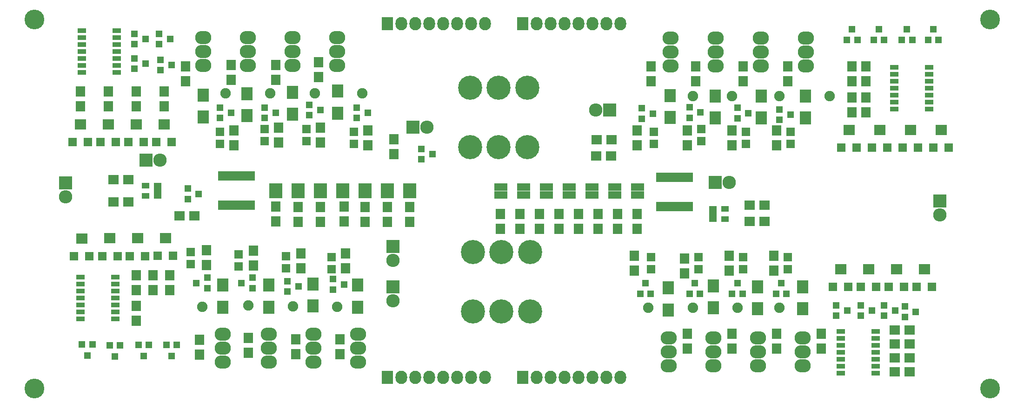
<source format=gbr>
G04 #@! TF.FileFunction,Soldermask,Top*
%FSLAX46Y46*%
G04 Gerber Fmt 4.6, Leading zero omitted, Abs format (unit mm)*
G04 Created by KiCad (PCBNEW 4.0.6-e0-6349~53~ubuntu16.04.1) date Mon Jul 24 21:10:43 2017*
%MOMM*%
%LPD*%
G01*
G04 APERTURE LIST*
%ADD10C,0.100000*%
%ADD11R,1.300000X1.200000*%
%ADD12C,3.600000*%
%ADD13O,2.940000X2.432000*%
%ADD14R,1.600000X1.600000*%
%ADD15R,2.000000X1.900000*%
%ADD16R,1.700000X1.900000*%
%ADD17R,1.543000X0.908000*%
%ADD18R,2.400000X1.400000*%
%ADD19R,2.432000X2.432000*%
%ADD20O,2.432000X2.432000*%
%ADD21C,4.400000*%
%ADD22R,2.127200X2.432000*%
%ADD23O,2.127200X2.432000*%
%ADD24R,1.200000X1.300000*%
%ADD25R,1.900000X1.700000*%
%ADD26R,1.460000X1.050000*%
%ADD27R,0.806400X1.670000*%
%ADD28C,1.900000*%
%ADD29R,2.100000X2.400000*%
G04 APERTURE END LIST*
D10*
D11*
X182800000Y-74450000D03*
X182800000Y-76350000D03*
X184800000Y-75400000D03*
X117872000Y-105800000D03*
X117872000Y-107700000D03*
X119872000Y-106750000D03*
X214000000Y-110550000D03*
X214000000Y-112450000D03*
X216000000Y-111500000D03*
D12*
X63500000Y-125730000D03*
X63500000Y-58420000D03*
X237490000Y-125730000D03*
D11*
X86250000Y-61050000D03*
X86250000Y-62950000D03*
X88250000Y-62000000D03*
D13*
X102362000Y-64262000D03*
X102362000Y-66802000D03*
X102362000Y-61722000D03*
X110490000Y-64262000D03*
X110490000Y-66802000D03*
X110490000Y-61722000D03*
X94234000Y-64262000D03*
X94234000Y-66802000D03*
X94234000Y-61722000D03*
D14*
X70482000Y-80794000D03*
D15*
X71882000Y-77544000D03*
D14*
X73282000Y-80794000D03*
D16*
X87122000Y-74248000D03*
X87122000Y-71548000D03*
D14*
X80642000Y-80794000D03*
D15*
X82042000Y-77544000D03*
D14*
X83442000Y-80794000D03*
D16*
X71882000Y-74248000D03*
X71882000Y-71548000D03*
D14*
X85722000Y-80794000D03*
D15*
X87122000Y-77544000D03*
D14*
X88522000Y-80794000D03*
D16*
X76962000Y-74248000D03*
X76962000Y-71548000D03*
X82042000Y-74248000D03*
X82042000Y-71548000D03*
D14*
X75562000Y-80794000D03*
D15*
X76962000Y-77544000D03*
D14*
X78362000Y-80794000D03*
D11*
X81750000Y-61050000D03*
X81750000Y-62950000D03*
X83750000Y-62000000D03*
D17*
X72136000Y-60452000D03*
X72136000Y-61722000D03*
X72136000Y-62992000D03*
X72136000Y-64262000D03*
X72136000Y-65532000D03*
X72136000Y-66802000D03*
X72136000Y-68072000D03*
X78486000Y-68072000D03*
X78486000Y-66802000D03*
X78486000Y-64262000D03*
X78486000Y-62992000D03*
X78486000Y-61722000D03*
X78486000Y-60452000D03*
X78486000Y-65532000D03*
D11*
X81750000Y-65550000D03*
X81750000Y-67450000D03*
X83750000Y-66500000D03*
X86500000Y-65800000D03*
X86500000Y-67700000D03*
X88500000Y-66750000D03*
D16*
X115570000Y-80852000D03*
X115570000Y-78152000D03*
D14*
X113030000Y-80622000D03*
X113030000Y-78422000D03*
D11*
X113554000Y-73980000D03*
X113554000Y-75880000D03*
X115554000Y-74930000D03*
D13*
X118618000Y-64262000D03*
X118618000Y-66802000D03*
X118618000Y-61722000D03*
D16*
X99822000Y-81360000D03*
X99822000Y-78660000D03*
D11*
X97298000Y-74488000D03*
X97298000Y-76388000D03*
X99298000Y-75438000D03*
D14*
X97282000Y-81110000D03*
X97282000Y-78910000D03*
D11*
X122190000Y-74488000D03*
X122190000Y-76388000D03*
X124190000Y-75438000D03*
D16*
X124206000Y-81360000D03*
X124206000Y-78660000D03*
D14*
X121666000Y-81110000D03*
X121666000Y-78910000D03*
X105410000Y-80622000D03*
X105410000Y-78422000D03*
D16*
X107950000Y-80872000D03*
X107950000Y-78172000D03*
D11*
X105426000Y-74488000D03*
X105426000Y-76388000D03*
X107426000Y-75438000D03*
D14*
X91948000Y-100881000D03*
X91948000Y-103081000D03*
X100711000Y-101262000D03*
X100711000Y-103462000D03*
X109347000Y-101643000D03*
X109347000Y-103843000D03*
X117602000Y-101770000D03*
X117602000Y-103970000D03*
X176276000Y-81110000D03*
X176276000Y-78910000D03*
X184912000Y-80602000D03*
X184912000Y-78402000D03*
X193040000Y-81110000D03*
X193040000Y-78910000D03*
X201168000Y-81110000D03*
X201168000Y-78910000D03*
X175768000Y-101770000D03*
X175768000Y-103970000D03*
X184404000Y-101770000D03*
X184404000Y-103970000D03*
X192532000Y-101770000D03*
X192532000Y-103970000D03*
X200660000Y-101770000D03*
X200660000Y-103970000D03*
D18*
X131826000Y-88962000D03*
X131826000Y-90362000D03*
X127762000Y-88962000D03*
X127762000Y-90362000D03*
X123698000Y-88962000D03*
X123698000Y-90362000D03*
X119634000Y-88962000D03*
X119634000Y-90362000D03*
X115570000Y-88962000D03*
X115570000Y-90362000D03*
X111506000Y-88962000D03*
X111506000Y-90362000D03*
X107442000Y-88962000D03*
X107442000Y-90362000D03*
X173354996Y-89024000D03*
X173354996Y-90424000D03*
X169206330Y-89024000D03*
X169206330Y-90424000D03*
X165057664Y-89024000D03*
X165057664Y-90424000D03*
X160908998Y-89024000D03*
X160908998Y-90424000D03*
X156760332Y-89024000D03*
X156760332Y-90424000D03*
X152611666Y-89024000D03*
X152611666Y-90424000D03*
X148463000Y-89024000D03*
X148463000Y-90424000D03*
D19*
X132461000Y-78105000D03*
D20*
X135001000Y-78105000D03*
D21*
X142836000Y-81700000D03*
X142836000Y-70900000D03*
X148046000Y-81700000D03*
X148046000Y-70900000D03*
X153256000Y-81700000D03*
X153256000Y-70900000D03*
D19*
X128778000Y-107188000D03*
D20*
X128778000Y-109728000D03*
D19*
X128778000Y-99822000D03*
D20*
X128778000Y-102362000D03*
D21*
X143344000Y-111672000D03*
X143344000Y-100872000D03*
X148554000Y-111672000D03*
X148554000Y-100872000D03*
X153764000Y-111672000D03*
X153764000Y-100872000D03*
D22*
X127762000Y-59182000D03*
D23*
X130302000Y-59182000D03*
X132842000Y-59182000D03*
X135382000Y-59182000D03*
X137922000Y-59182000D03*
X140462000Y-59182000D03*
X143002000Y-59182000D03*
X145542000Y-59182000D03*
D22*
X127762000Y-123698000D03*
D23*
X130302000Y-123698000D03*
X132842000Y-123698000D03*
X135382000Y-123698000D03*
X137922000Y-123698000D03*
X140462000Y-123698000D03*
X143002000Y-123698000D03*
X145542000Y-123698000D03*
D22*
X152400000Y-59182000D03*
D23*
X154940000Y-59182000D03*
X157480000Y-59182000D03*
X160020000Y-59182000D03*
X162560000Y-59182000D03*
X165100000Y-59182000D03*
X167640000Y-59182000D03*
X170180000Y-59182000D03*
D22*
X152400000Y-123698000D03*
D23*
X154940000Y-123698000D03*
X157480000Y-123698000D03*
X160020000Y-123698000D03*
X162560000Y-123698000D03*
X165100000Y-123698000D03*
X167640000Y-123698000D03*
X170180000Y-123698000D03*
D19*
X168275000Y-74930000D03*
D20*
X165735000Y-74930000D03*
D11*
X91440000Y-89286000D03*
X91440000Y-91186000D03*
X93440000Y-90236000D03*
X95000000Y-107450000D03*
X95000000Y-105550000D03*
X93000000Y-106500000D03*
X103200000Y-107450000D03*
X103200000Y-105550000D03*
X101200000Y-106500000D03*
D24*
X74100000Y-117700000D03*
X72200000Y-117700000D03*
X73150000Y-119700000D03*
D13*
X179324000Y-64389000D03*
X179324000Y-66929000D03*
X179324000Y-61849000D03*
D24*
X79100000Y-117900000D03*
X77200000Y-117900000D03*
X78150000Y-119900000D03*
D11*
X109600000Y-106150000D03*
X109600000Y-108050000D03*
X111600000Y-107100000D03*
D13*
X187536666Y-64389000D03*
X187536666Y-66929000D03*
X187536666Y-61849000D03*
D24*
X84350000Y-117800000D03*
X82450000Y-117800000D03*
X83400000Y-119800000D03*
D13*
X97790000Y-118364000D03*
X97790000Y-115824000D03*
X97790000Y-120904000D03*
D24*
X89450000Y-117800000D03*
X87550000Y-117800000D03*
X88500000Y-119800000D03*
D13*
X106172000Y-118364000D03*
X106172000Y-115824000D03*
X106172000Y-120904000D03*
D11*
X174100000Y-74650000D03*
X174100000Y-76550000D03*
X176100000Y-75600000D03*
D24*
X211450000Y-62200000D03*
X213350000Y-62200000D03*
X212400000Y-60200000D03*
X216350000Y-62200000D03*
X218250000Y-62200000D03*
X217300000Y-60200000D03*
D11*
X191500000Y-74550000D03*
X191500000Y-76450000D03*
X193500000Y-75500000D03*
D13*
X114300000Y-118364000D03*
X114300000Y-115824000D03*
X114300000Y-120904000D03*
D11*
X199200000Y-74850000D03*
X199200000Y-76750000D03*
X201200000Y-75800000D03*
D13*
X122428000Y-118364000D03*
X122428000Y-115824000D03*
X122428000Y-120904000D03*
D11*
X134000000Y-82050000D03*
X134000000Y-83950000D03*
X136000000Y-83000000D03*
D24*
X221450000Y-62200000D03*
X223350000Y-62200000D03*
X222400000Y-60200000D03*
D13*
X195749332Y-64389000D03*
X195749332Y-66929000D03*
X195749332Y-61849000D03*
D24*
X226250000Y-62200000D03*
X228150000Y-62200000D03*
X227200000Y-60200000D03*
D13*
X203961998Y-64389000D03*
X203961998Y-66929000D03*
X203961998Y-61849000D03*
X178990855Y-119054938D03*
X178990855Y-116514938D03*
X178990855Y-121594938D03*
X187118854Y-119054938D03*
X187118854Y-116514938D03*
X187118854Y-121594938D03*
X195246853Y-119054938D03*
X195246853Y-116514938D03*
X195246853Y-121594938D03*
X203374852Y-119054938D03*
X203374852Y-116514938D03*
X203374852Y-121594938D03*
D16*
X131826000Y-95330000D03*
X131826000Y-92630000D03*
X127762000Y-95330000D03*
X127762000Y-92630000D03*
X123698000Y-95330000D03*
X123698000Y-92630000D03*
X119888000Y-95250000D03*
X119888000Y-92550000D03*
X115570000Y-95330000D03*
X115570000Y-92630000D03*
X111506000Y-95330000D03*
X111506000Y-92630000D03*
X107442000Y-95250000D03*
X107442000Y-92550000D03*
D25*
X89916000Y-94234000D03*
X92616000Y-94234000D03*
D16*
X91000000Y-69700000D03*
X91000000Y-67000000D03*
X99314000Y-69422000D03*
X99314000Y-66722000D03*
X107442000Y-69422000D03*
X107442000Y-66722000D03*
X115250000Y-68914000D03*
X115250000Y-66214000D03*
X94869000Y-103204000D03*
X94869000Y-100504000D03*
X103378000Y-103331000D03*
X103378000Y-100631000D03*
X93599000Y-116887000D03*
X93599000Y-119587000D03*
X102489000Y-116506000D03*
X102489000Y-119206000D03*
X82042000Y-105076000D03*
X82042000Y-107776000D03*
X85090000Y-105076000D03*
X85090000Y-107776000D03*
X112014000Y-103839000D03*
X112014000Y-101139000D03*
X120142000Y-103839000D03*
X120142000Y-101139000D03*
X111125000Y-116760000D03*
X111125000Y-119460000D03*
X119126000Y-116760000D03*
X119126000Y-119460000D03*
X82042000Y-113364000D03*
X82042000Y-110664000D03*
X88138000Y-105076000D03*
X88138000Y-107776000D03*
X173228000Y-96600000D03*
X173228000Y-93900000D03*
X169672000Y-96600000D03*
X169672000Y-93900000D03*
X166116000Y-96600000D03*
X166116000Y-93900000D03*
X162560000Y-96600000D03*
X162560000Y-93900000D03*
X159004000Y-96600000D03*
X159004000Y-93900000D03*
X155448000Y-96600000D03*
X155448000Y-93900000D03*
X151892000Y-96600000D03*
X151892000Y-93900000D03*
X148336000Y-93900000D03*
X148336000Y-96600000D03*
X173228000Y-78660000D03*
X173228000Y-81360000D03*
X182372000Y-78660000D03*
X182372000Y-81360000D03*
X175768000Y-69676000D03*
X175768000Y-66976000D03*
X183896000Y-69676000D03*
X183896000Y-66976000D03*
X212344000Y-75391000D03*
X212344000Y-72691000D03*
X214884000Y-66976000D03*
X214884000Y-69676000D03*
X190500000Y-78660000D03*
X190500000Y-81360000D03*
X198628000Y-78660000D03*
X198628000Y-81360000D03*
X192532000Y-69676000D03*
X192532000Y-66976000D03*
X200660000Y-69676000D03*
X200660000Y-66976000D03*
X212344000Y-66976000D03*
X212344000Y-69676000D03*
X214884000Y-75391000D03*
X214884000Y-72691000D03*
X172720000Y-104220000D03*
X172720000Y-101520000D03*
X181864000Y-104728000D03*
X181864000Y-102028000D03*
X182372000Y-115744000D03*
X182372000Y-118444000D03*
X190500000Y-115744000D03*
X190500000Y-118444000D03*
D25*
X220138000Y-120142000D03*
X222838000Y-120142000D03*
X220138000Y-115062000D03*
X222838000Y-115062000D03*
D16*
X189992000Y-104220000D03*
X189992000Y-101520000D03*
X198120000Y-104220000D03*
X198120000Y-101520000D03*
X198628000Y-115744000D03*
X198628000Y-118444000D03*
X206756000Y-115744000D03*
X206756000Y-118444000D03*
D25*
X220138000Y-117602000D03*
X222838000Y-117602000D03*
X220138000Y-122682000D03*
X222838000Y-122682000D03*
D16*
X129000000Y-83000000D03*
X129000000Y-80300000D03*
D25*
X165862000Y-80391000D03*
X168562000Y-80391000D03*
X165782000Y-83312000D03*
X168482000Y-83312000D03*
D14*
X70736000Y-101622000D03*
D15*
X72136000Y-98372000D03*
D14*
X73536000Y-101622000D03*
X75850000Y-101585000D03*
D15*
X77250000Y-98335000D03*
D14*
X78650000Y-101585000D03*
X80896000Y-101585000D03*
D15*
X82296000Y-98335000D03*
D14*
X83696000Y-101585000D03*
X85976000Y-101575000D03*
D15*
X87376000Y-98325000D03*
D14*
X88776000Y-101575000D03*
X210436000Y-81810000D03*
D15*
X211836000Y-78560000D03*
D14*
X213236000Y-81810000D03*
X216024000Y-81810000D03*
D15*
X217424000Y-78560000D03*
D14*
X218824000Y-81810000D03*
X221612000Y-81810000D03*
D15*
X223012000Y-78560000D03*
D14*
X224412000Y-81810000D03*
X227200000Y-81810000D03*
D15*
X228600000Y-78560000D03*
D14*
X230000000Y-81810000D03*
X208912000Y-107210000D03*
D15*
X210312000Y-103960000D03*
D14*
X211712000Y-107210000D03*
X213992000Y-107210000D03*
D15*
X215392000Y-103960000D03*
D14*
X216792000Y-107210000D03*
X219072000Y-107210000D03*
D15*
X220472000Y-103960000D03*
D14*
X221872000Y-107210000D03*
X224152000Y-107210000D03*
D15*
X225552000Y-103960000D03*
D14*
X226952000Y-107210000D03*
D26*
X85936000Y-90612000D03*
X85936000Y-89662000D03*
X85936000Y-88712000D03*
X83736000Y-88712000D03*
X83736000Y-90612000D03*
X187094524Y-92966000D03*
X187094524Y-93916000D03*
X187094524Y-94866000D03*
X189294524Y-94866000D03*
X189294524Y-92966000D03*
D27*
X103251000Y-86995000D03*
X102616000Y-86995000D03*
X101955600Y-86995000D03*
X101295200Y-86995000D03*
X100660200Y-86995000D03*
X99999800Y-86995000D03*
X99339400Y-86995000D03*
X98704400Y-86995000D03*
X98044000Y-86995000D03*
X97409000Y-86995000D03*
X97409000Y-92329000D03*
X98044000Y-92329000D03*
X98704400Y-92329000D03*
X99339400Y-92329000D03*
X99999800Y-92329000D03*
X100660200Y-92329000D03*
X101295200Y-92329000D03*
X101955600Y-92329000D03*
X102616000Y-92329000D03*
X103251000Y-92329000D03*
X183007000Y-87249000D03*
X182372000Y-87249000D03*
X181711600Y-87249000D03*
X181051200Y-87249000D03*
X180416200Y-87249000D03*
X179755800Y-87249000D03*
X179095400Y-87249000D03*
X178460400Y-87249000D03*
X177800000Y-87249000D03*
X177165000Y-87249000D03*
X177165000Y-92583000D03*
X177800000Y-92583000D03*
X178460400Y-92583000D03*
X179095400Y-92583000D03*
X179755800Y-92583000D03*
X180416200Y-92583000D03*
X181051200Y-92583000D03*
X181711600Y-92583000D03*
X182372000Y-92583000D03*
X183007000Y-92583000D03*
D17*
X71882000Y-105410000D03*
X71882000Y-106680000D03*
X71882000Y-107950000D03*
X71882000Y-109220000D03*
X71882000Y-110490000D03*
X71882000Y-111760000D03*
X71882000Y-113030000D03*
X78232000Y-113030000D03*
X78232000Y-111760000D03*
X78232000Y-109220000D03*
X78232000Y-107950000D03*
X78232000Y-106680000D03*
X78232000Y-105410000D03*
X78232000Y-110490000D03*
X220091000Y-67183000D03*
X220091000Y-68453000D03*
X220091000Y-69723000D03*
X220091000Y-70993000D03*
X220091000Y-72263000D03*
X220091000Y-73533000D03*
X220091000Y-74803000D03*
X226441000Y-74803000D03*
X226441000Y-73533000D03*
X226441000Y-70993000D03*
X226441000Y-69723000D03*
X226441000Y-68453000D03*
X226441000Y-67183000D03*
X226441000Y-72263000D03*
X216662000Y-122936000D03*
X216662000Y-121666000D03*
X216662000Y-120396000D03*
X216662000Y-119126000D03*
X216662000Y-117856000D03*
X216662000Y-116586000D03*
X216662000Y-115316000D03*
X210312000Y-115316000D03*
X210312000Y-116586000D03*
X210312000Y-119126000D03*
X210312000Y-120396000D03*
X210312000Y-121666000D03*
X210312000Y-122936000D03*
X210312000Y-117856000D03*
D28*
X98298000Y-71882000D03*
X106426000Y-71882000D03*
X114554000Y-71882000D03*
X123190000Y-71882000D03*
X94107000Y-110871000D03*
X102489000Y-110617000D03*
X110617000Y-110744000D03*
X118618000Y-110871000D03*
X183388000Y-72390000D03*
X190500000Y-72390000D03*
X199136000Y-72390000D03*
X208280000Y-72390000D03*
X175260000Y-110998000D03*
X183388000Y-110998000D03*
X191516000Y-110998000D03*
X199136000Y-110998000D03*
D25*
X80598000Y-87630000D03*
X77898000Y-87630000D03*
X193722000Y-95250000D03*
X196422000Y-95250000D03*
X80598000Y-91694000D03*
X77898000Y-91694000D03*
X193722000Y-92329000D03*
X196422000Y-92329000D03*
D19*
X69215000Y-88265000D03*
D20*
X69215000Y-90805000D03*
D19*
X228346000Y-91567000D03*
D20*
X228346000Y-94107000D03*
D19*
X83820000Y-84074000D03*
D20*
X86360000Y-84074000D03*
D19*
X187452000Y-88138000D03*
D20*
X189992000Y-88138000D03*
D12*
X237490000Y-58420000D03*
D24*
X173850000Y-108500000D03*
X175750000Y-108500000D03*
X174800000Y-106500000D03*
X182800000Y-108500000D03*
X184700000Y-108500000D03*
X183750000Y-106500000D03*
D11*
X209500000Y-110550000D03*
X209500000Y-112450000D03*
X211500000Y-111500000D03*
D24*
X190550000Y-108500000D03*
X192450000Y-108500000D03*
X191500000Y-106500000D03*
X198550000Y-108500000D03*
X200450000Y-108500000D03*
X199500000Y-106500000D03*
D11*
X218250000Y-110550000D03*
X218250000Y-112450000D03*
X220250000Y-111500000D03*
X222000000Y-110800000D03*
X222000000Y-112700000D03*
X224000000Y-111750000D03*
D29*
X94250000Y-72250000D03*
X94250000Y-76250000D03*
X102250000Y-72000000D03*
X102250000Y-76000000D03*
X110500000Y-71750000D03*
X110500000Y-75750000D03*
X118750000Y-71500000D03*
X118750000Y-75500000D03*
X97800000Y-110900000D03*
X97800000Y-106900000D03*
X106200000Y-110900000D03*
X106200000Y-106900000D03*
X114200000Y-110700000D03*
X114200000Y-106700000D03*
X122400000Y-110900000D03*
X122400000Y-106900000D03*
X179300000Y-72300000D03*
X179300000Y-76300000D03*
X187500000Y-72400000D03*
X187500000Y-76400000D03*
X195900000Y-72400000D03*
X195900000Y-76400000D03*
X203900000Y-72400000D03*
X203900000Y-76400000D03*
X178900000Y-111400000D03*
X178900000Y-107400000D03*
X187100000Y-111000000D03*
X187100000Y-107000000D03*
X195200000Y-111200000D03*
X195200000Y-107200000D03*
X203400000Y-111200000D03*
X203400000Y-107200000D03*
M02*

</source>
